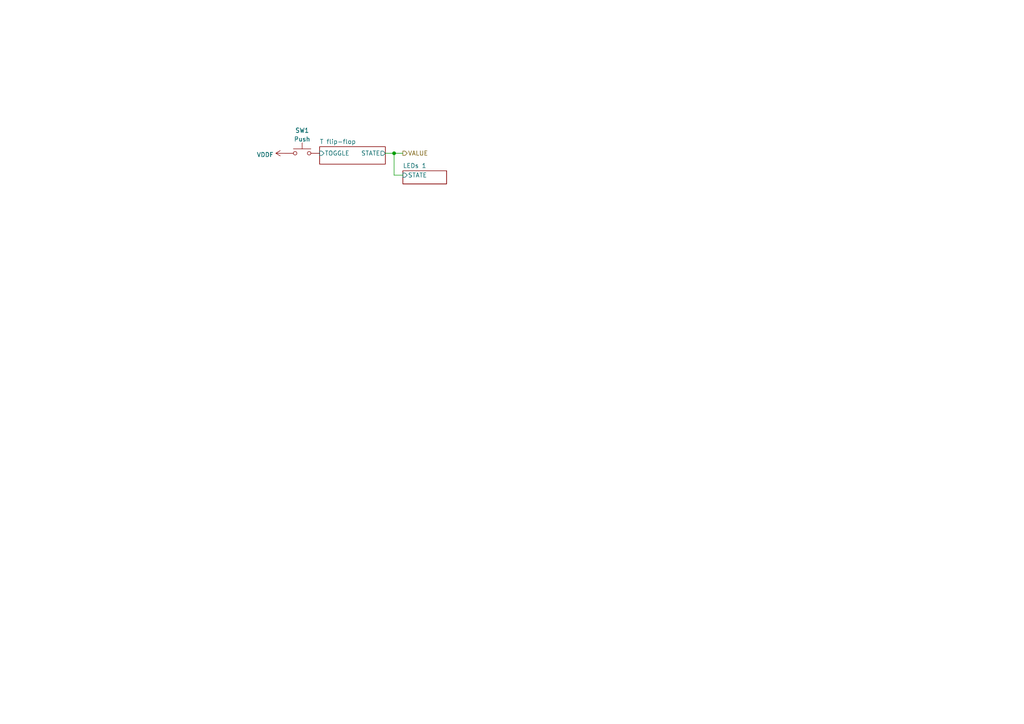
<source format=kicad_sch>
(kicad_sch (version 20211123) (generator eeschema)
  (paper "A4")
  (lib_symbols
    (symbol "Switch:SW_Push" (pin_numbers hide) (pin_names (offset 1.016) hide)
      (property "Reference" "SW" (at 1.27 2.54 0))
      (property "Value" "SW_Push" (at 0 -1.524 0))
      (symbol "SW_Push_0_1"
        (circle (center -2.032 0) (radius 0.508))
        (polyline (pts (xy 0 1.27) (xy 0 3.048)))
        (polyline (pts (xy 2.54 1.27) (xy -2.54 1.27)))
        (circle (center 2.032 0) (radius 0.508))
        (pin passive line (at -5.08 0 0) (length 2.54) (name "1") (number "1"))
        (pin passive line (at 5.08 0 180) (length 2.54) (name "2") (number "2"))
      )
    )
    (symbol "power:VDDF" (power) (pin_names (offset 0))
      (property "Value" "VDDF" (at 0 3.81 0))
      (symbol "VDDF_0_1"
        (polyline (pts (xy -0.762 1.27) (xy 0 2.54)))
        (polyline (pts (xy 0 0) (xy 0 2.54)))
        (polyline (pts (xy 0 2.54) (xy 0.762 1.27)))
      )
      (symbol "VDDF_1_1"
        (pin power_in line (at 0 0 90) (length 0) hide (name "VDDF") (number "1"))
      )
    )
  )
  (junction (at 114.3 44.45))
  (wire (pts (xy 111.76 44.45) (xy 114.3 44.45)))
  (wire (pts (xy 114.3 44.45) (xy 116.84 44.45)))
  (wire (pts (xy 114.3 44.45) (xy 114.3 50.8)))
  (wire (pts (xy 114.3 50.8) (xy 116.84 50.8)))
  (hierarchical_label "VALUE" (shape output) (at 116.84 44.45 0))
  (symbol (lib_id "Switch:SW_Push") (at 87.63 44.45 0) (unit 1)
    (property "Reference" "SW1" (at 87.63 37.8292 0))
    (property "Value" "Push" (at 87.63 40.3661 0))
    (property "Footprint" "mark:jlc_pushbutton" (effects hide))
    (property "Datasheet" "https://datasheet.lcsc.com/lcsc/2002271431_XKB-Connectivity-TS-1187A-B-A-B_C318884.pdf" (effects hide))
    (property "JLC" "C318884" (effects hide))
  )
  (symbol (lib_id "power:VDDF") (at 82.55 44.45 90) (unit 1)
    (property "Reference" "#PWR029" (effects hide))
    (property "Value" "VDDF" (at 79.3751 44.8838 90) (effects (justify left)))
  )
  (sheet (at 92.71 42.545) (size 19.05 5.08) (stroke (width 0.1524))
    (property "Sheet name" "T flip-flop" (at 92.71 41.8334 0) (effects (justify left bottom)))
    (property "Sheet file" "t_flip_flop.kicad_sch" (effects hide))
    (pin "STATE" output (at 111.76 44.45 0))
    (pin "TOGGLE" input (at 92.71 44.45 180))
  )
  (sheet (at 116.84 49.53) (size 12.7 3.81) (stroke (width 0.1524))
    (property "Sheet name" "LEDs 1" (at 116.84 48.8184 0) (effects (justify left bottom)))
    (property "Sheet file" "state_led.kicad_sch" (effects hide))
    (pin "STATE" input (at 116.84 50.8 180))
  )
)
</source>
